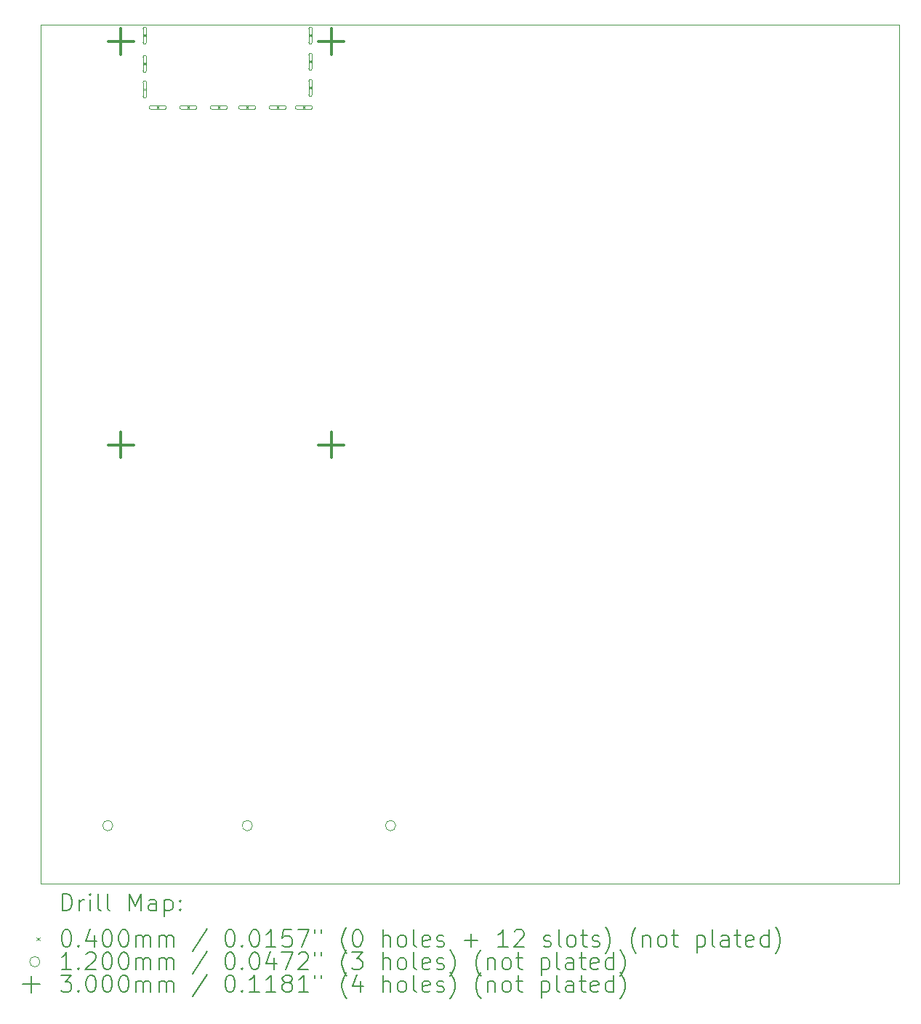
<source format=gbr>
%TF.GenerationSoftware,KiCad,Pcbnew,8.0.3*%
%TF.CreationDate,2024-11-19T22:16:26+01:00*%
%TF.ProjectId,weerstation-main,77656572-7374-4617-9469-6f6e2d6d6169,rev?*%
%TF.SameCoordinates,Original*%
%TF.FileFunction,Drillmap*%
%TF.FilePolarity,Positive*%
%FSLAX45Y45*%
G04 Gerber Fmt 4.5, Leading zero omitted, Abs format (unit mm)*
G04 Created by KiCad (PCBNEW 8.0.3) date 2024-11-19 22:16:26*
%MOMM*%
%LPD*%
G01*
G04 APERTURE LIST*
%ADD10C,0.100000*%
%ADD11C,0.200000*%
%ADD12C,0.120000*%
%ADD13C,0.300000*%
G04 APERTURE END LIST*
D10*
X1350000Y-1270000D02*
X11350000Y-1270000D01*
X11350000Y-11270000D01*
X1350000Y-11270000D01*
X1350000Y-1270000D01*
D11*
D10*
X2545400Y-1377000D02*
X2585400Y-1417000D01*
X2585400Y-1377000D02*
X2545400Y-1417000D01*
X2545400Y-1317000D02*
X2545400Y-1477000D01*
X2585400Y-1477000D02*
G75*
G02*
X2545400Y-1477000I-20000J0D01*
G01*
X2585400Y-1477000D02*
X2585400Y-1317000D01*
X2585400Y-1317000D02*
G75*
G03*
X2545400Y-1317000I-20000J0D01*
G01*
X2545400Y-1707200D02*
X2585400Y-1747200D01*
X2585400Y-1707200D02*
X2545400Y-1747200D01*
X2545400Y-1647200D02*
X2545400Y-1807200D01*
X2585400Y-1807200D02*
G75*
G02*
X2545400Y-1807200I-20000J0D01*
G01*
X2585400Y-1807200D02*
X2585400Y-1647200D01*
X2585400Y-1647200D02*
G75*
G03*
X2545400Y-1647200I-20000J0D01*
G01*
X2545400Y-2005200D02*
X2585400Y-2045200D01*
X2585400Y-2005200D02*
X2545400Y-2045200D01*
X2545400Y-1945200D02*
X2545400Y-2105200D01*
X2585400Y-2105200D02*
G75*
G02*
X2545400Y-2105200I-20000J0D01*
G01*
X2585400Y-2105200D02*
X2585400Y-1945200D01*
X2585400Y-1945200D02*
G75*
G03*
X2545400Y-1945200I-20000J0D01*
G01*
X2697800Y-2215200D02*
X2737800Y-2255200D01*
X2737800Y-2215200D02*
X2697800Y-2255200D01*
X2637800Y-2255200D02*
X2797800Y-2255200D01*
X2797800Y-2215200D02*
G75*
G02*
X2797800Y-2255200I0J-20000D01*
G01*
X2797800Y-2215200D02*
X2637800Y-2215200D01*
X2637800Y-2215200D02*
G75*
G03*
X2637800Y-2255200I0J-20000D01*
G01*
X3053400Y-2215200D02*
X3093400Y-2255200D01*
X3093400Y-2215200D02*
X3053400Y-2255200D01*
X2993400Y-2255200D02*
X3153400Y-2255200D01*
X3153400Y-2215200D02*
G75*
G02*
X3153400Y-2255200I0J-20000D01*
G01*
X3153400Y-2215200D02*
X2993400Y-2215200D01*
X2993400Y-2215200D02*
G75*
G03*
X2993400Y-2255200I0J-20000D01*
G01*
X3409000Y-2215200D02*
X3449000Y-2255200D01*
X3449000Y-2215200D02*
X3409000Y-2255200D01*
X3349000Y-2255200D02*
X3509000Y-2255200D01*
X3509000Y-2215200D02*
G75*
G02*
X3509000Y-2255200I0J-20000D01*
G01*
X3509000Y-2215200D02*
X3349000Y-2215200D01*
X3349000Y-2215200D02*
G75*
G03*
X3349000Y-2255200I0J-20000D01*
G01*
X3739200Y-2215200D02*
X3779200Y-2255200D01*
X3779200Y-2215200D02*
X3739200Y-2255200D01*
X3679200Y-2255200D02*
X3839200Y-2255200D01*
X3839200Y-2215200D02*
G75*
G02*
X3839200Y-2255200I0J-20000D01*
G01*
X3839200Y-2215200D02*
X3679200Y-2215200D01*
X3679200Y-2215200D02*
G75*
G03*
X3679200Y-2255200I0J-20000D01*
G01*
X4094800Y-2215200D02*
X4134800Y-2255200D01*
X4134800Y-2215200D02*
X4094800Y-2255200D01*
X4034800Y-2255200D02*
X4194800Y-2255200D01*
X4194800Y-2215200D02*
G75*
G02*
X4194800Y-2255200I0J-20000D01*
G01*
X4194800Y-2215200D02*
X4034800Y-2215200D01*
X4034800Y-2215200D02*
G75*
G03*
X4034800Y-2255200I0J-20000D01*
G01*
X4399600Y-2215200D02*
X4439600Y-2255200D01*
X4439600Y-2215200D02*
X4399600Y-2255200D01*
X4339600Y-2255200D02*
X4499600Y-2255200D01*
X4499600Y-2215200D02*
G75*
G02*
X4499600Y-2255200I0J-20000D01*
G01*
X4499600Y-2215200D02*
X4339600Y-2215200D01*
X4339600Y-2215200D02*
G75*
G03*
X4339600Y-2255200I0J-20000D01*
G01*
X4475800Y-1377000D02*
X4515800Y-1417000D01*
X4515800Y-1377000D02*
X4475800Y-1417000D01*
X4475800Y-1317000D02*
X4475800Y-1477000D01*
X4515800Y-1477000D02*
G75*
G02*
X4475800Y-1477000I-20000J0D01*
G01*
X4515800Y-1477000D02*
X4515800Y-1317000D01*
X4515800Y-1317000D02*
G75*
G03*
X4475800Y-1317000I-20000J0D01*
G01*
X4475800Y-1681800D02*
X4515800Y-1721800D01*
X4515800Y-1681800D02*
X4475800Y-1721800D01*
X4475800Y-1621800D02*
X4475800Y-1781800D01*
X4515800Y-1781800D02*
G75*
G02*
X4475800Y-1781800I-20000J0D01*
G01*
X4515800Y-1781800D02*
X4515800Y-1621800D01*
X4515800Y-1621800D02*
G75*
G03*
X4475800Y-1621800I-20000J0D01*
G01*
X4475800Y-1986600D02*
X4515800Y-2026600D01*
X4515800Y-1986600D02*
X4475800Y-2026600D01*
X4475800Y-1926600D02*
X4475800Y-2086600D01*
X4515800Y-2086600D02*
G75*
G02*
X4475800Y-2086600I-20000J0D01*
G01*
X4515800Y-2086600D02*
X4515800Y-1926600D01*
X4515800Y-1926600D02*
G75*
G03*
X4475800Y-1926600I-20000J0D01*
G01*
D12*
X2194000Y-10595000D02*
G75*
G02*
X2074000Y-10595000I-60000J0D01*
G01*
X2074000Y-10595000D02*
G75*
G02*
X2194000Y-10595000I60000J0D01*
G01*
X3819200Y-10595000D02*
G75*
G02*
X3699200Y-10595000I-60000J0D01*
G01*
X3699200Y-10595000D02*
G75*
G02*
X3819200Y-10595000I60000J0D01*
G01*
X5488000Y-10595000D02*
G75*
G02*
X5368000Y-10595000I-60000J0D01*
G01*
X5368000Y-10595000D02*
G75*
G02*
X5488000Y-10595000I60000J0D01*
G01*
D13*
X2287360Y-1317580D02*
X2287360Y-1617580D01*
X2137360Y-1467580D02*
X2437360Y-1467580D01*
X2287360Y-6012580D02*
X2287360Y-6312580D01*
X2137360Y-6162580D02*
X2437360Y-6162580D01*
X4738360Y-1317580D02*
X4738360Y-1617580D01*
X4588360Y-1467580D02*
X4888360Y-1467580D01*
X4738360Y-6012580D02*
X4738360Y-6312580D01*
X4588360Y-6162580D02*
X4888360Y-6162580D01*
D11*
X1605777Y-11586484D02*
X1605777Y-11386484D01*
X1605777Y-11386484D02*
X1653396Y-11386484D01*
X1653396Y-11386484D02*
X1681967Y-11396008D01*
X1681967Y-11396008D02*
X1701015Y-11415055D01*
X1701015Y-11415055D02*
X1710539Y-11434103D01*
X1710539Y-11434103D02*
X1720062Y-11472198D01*
X1720062Y-11472198D02*
X1720062Y-11500769D01*
X1720062Y-11500769D02*
X1710539Y-11538865D01*
X1710539Y-11538865D02*
X1701015Y-11557912D01*
X1701015Y-11557912D02*
X1681967Y-11576960D01*
X1681967Y-11576960D02*
X1653396Y-11586484D01*
X1653396Y-11586484D02*
X1605777Y-11586484D01*
X1805777Y-11586484D02*
X1805777Y-11453150D01*
X1805777Y-11491246D02*
X1815301Y-11472198D01*
X1815301Y-11472198D02*
X1824824Y-11462674D01*
X1824824Y-11462674D02*
X1843872Y-11453150D01*
X1843872Y-11453150D02*
X1862920Y-11453150D01*
X1929586Y-11586484D02*
X1929586Y-11453150D01*
X1929586Y-11386484D02*
X1920062Y-11396008D01*
X1920062Y-11396008D02*
X1929586Y-11405531D01*
X1929586Y-11405531D02*
X1939110Y-11396008D01*
X1939110Y-11396008D02*
X1929586Y-11386484D01*
X1929586Y-11386484D02*
X1929586Y-11405531D01*
X2053396Y-11586484D02*
X2034348Y-11576960D01*
X2034348Y-11576960D02*
X2024824Y-11557912D01*
X2024824Y-11557912D02*
X2024824Y-11386484D01*
X2158158Y-11586484D02*
X2139110Y-11576960D01*
X2139110Y-11576960D02*
X2129586Y-11557912D01*
X2129586Y-11557912D02*
X2129586Y-11386484D01*
X2386729Y-11586484D02*
X2386729Y-11386484D01*
X2386729Y-11386484D02*
X2453396Y-11529341D01*
X2453396Y-11529341D02*
X2520063Y-11386484D01*
X2520063Y-11386484D02*
X2520063Y-11586484D01*
X2701015Y-11586484D02*
X2701015Y-11481722D01*
X2701015Y-11481722D02*
X2691491Y-11462674D01*
X2691491Y-11462674D02*
X2672444Y-11453150D01*
X2672444Y-11453150D02*
X2634348Y-11453150D01*
X2634348Y-11453150D02*
X2615301Y-11462674D01*
X2701015Y-11576960D02*
X2681967Y-11586484D01*
X2681967Y-11586484D02*
X2634348Y-11586484D01*
X2634348Y-11586484D02*
X2615301Y-11576960D01*
X2615301Y-11576960D02*
X2605777Y-11557912D01*
X2605777Y-11557912D02*
X2605777Y-11538865D01*
X2605777Y-11538865D02*
X2615301Y-11519817D01*
X2615301Y-11519817D02*
X2634348Y-11510293D01*
X2634348Y-11510293D02*
X2681967Y-11510293D01*
X2681967Y-11510293D02*
X2701015Y-11500769D01*
X2796253Y-11453150D02*
X2796253Y-11653150D01*
X2796253Y-11462674D02*
X2815301Y-11453150D01*
X2815301Y-11453150D02*
X2853396Y-11453150D01*
X2853396Y-11453150D02*
X2872443Y-11462674D01*
X2872443Y-11462674D02*
X2881967Y-11472198D01*
X2881967Y-11472198D02*
X2891491Y-11491246D01*
X2891491Y-11491246D02*
X2891491Y-11548388D01*
X2891491Y-11548388D02*
X2881967Y-11567436D01*
X2881967Y-11567436D02*
X2872443Y-11576960D01*
X2872443Y-11576960D02*
X2853396Y-11586484D01*
X2853396Y-11586484D02*
X2815301Y-11586484D01*
X2815301Y-11586484D02*
X2796253Y-11576960D01*
X2977205Y-11567436D02*
X2986729Y-11576960D01*
X2986729Y-11576960D02*
X2977205Y-11586484D01*
X2977205Y-11586484D02*
X2967682Y-11576960D01*
X2967682Y-11576960D02*
X2977205Y-11567436D01*
X2977205Y-11567436D02*
X2977205Y-11586484D01*
X2977205Y-11462674D02*
X2986729Y-11472198D01*
X2986729Y-11472198D02*
X2977205Y-11481722D01*
X2977205Y-11481722D02*
X2967682Y-11472198D01*
X2967682Y-11472198D02*
X2977205Y-11462674D01*
X2977205Y-11462674D02*
X2977205Y-11481722D01*
D10*
X1305000Y-11895000D02*
X1345000Y-11935000D01*
X1345000Y-11895000D02*
X1305000Y-11935000D01*
D11*
X1643872Y-11806484D02*
X1662920Y-11806484D01*
X1662920Y-11806484D02*
X1681967Y-11816008D01*
X1681967Y-11816008D02*
X1691491Y-11825531D01*
X1691491Y-11825531D02*
X1701015Y-11844579D01*
X1701015Y-11844579D02*
X1710539Y-11882674D01*
X1710539Y-11882674D02*
X1710539Y-11930293D01*
X1710539Y-11930293D02*
X1701015Y-11968388D01*
X1701015Y-11968388D02*
X1691491Y-11987436D01*
X1691491Y-11987436D02*
X1681967Y-11996960D01*
X1681967Y-11996960D02*
X1662920Y-12006484D01*
X1662920Y-12006484D02*
X1643872Y-12006484D01*
X1643872Y-12006484D02*
X1624824Y-11996960D01*
X1624824Y-11996960D02*
X1615301Y-11987436D01*
X1615301Y-11987436D02*
X1605777Y-11968388D01*
X1605777Y-11968388D02*
X1596253Y-11930293D01*
X1596253Y-11930293D02*
X1596253Y-11882674D01*
X1596253Y-11882674D02*
X1605777Y-11844579D01*
X1605777Y-11844579D02*
X1615301Y-11825531D01*
X1615301Y-11825531D02*
X1624824Y-11816008D01*
X1624824Y-11816008D02*
X1643872Y-11806484D01*
X1796253Y-11987436D02*
X1805777Y-11996960D01*
X1805777Y-11996960D02*
X1796253Y-12006484D01*
X1796253Y-12006484D02*
X1786729Y-11996960D01*
X1786729Y-11996960D02*
X1796253Y-11987436D01*
X1796253Y-11987436D02*
X1796253Y-12006484D01*
X1977205Y-11873150D02*
X1977205Y-12006484D01*
X1929586Y-11796960D02*
X1881967Y-11939817D01*
X1881967Y-11939817D02*
X2005777Y-11939817D01*
X2120063Y-11806484D02*
X2139110Y-11806484D01*
X2139110Y-11806484D02*
X2158158Y-11816008D01*
X2158158Y-11816008D02*
X2167682Y-11825531D01*
X2167682Y-11825531D02*
X2177205Y-11844579D01*
X2177205Y-11844579D02*
X2186729Y-11882674D01*
X2186729Y-11882674D02*
X2186729Y-11930293D01*
X2186729Y-11930293D02*
X2177205Y-11968388D01*
X2177205Y-11968388D02*
X2167682Y-11987436D01*
X2167682Y-11987436D02*
X2158158Y-11996960D01*
X2158158Y-11996960D02*
X2139110Y-12006484D01*
X2139110Y-12006484D02*
X2120063Y-12006484D01*
X2120063Y-12006484D02*
X2101015Y-11996960D01*
X2101015Y-11996960D02*
X2091491Y-11987436D01*
X2091491Y-11987436D02*
X2081967Y-11968388D01*
X2081967Y-11968388D02*
X2072443Y-11930293D01*
X2072443Y-11930293D02*
X2072443Y-11882674D01*
X2072443Y-11882674D02*
X2081967Y-11844579D01*
X2081967Y-11844579D02*
X2091491Y-11825531D01*
X2091491Y-11825531D02*
X2101015Y-11816008D01*
X2101015Y-11816008D02*
X2120063Y-11806484D01*
X2310539Y-11806484D02*
X2329586Y-11806484D01*
X2329586Y-11806484D02*
X2348634Y-11816008D01*
X2348634Y-11816008D02*
X2358158Y-11825531D01*
X2358158Y-11825531D02*
X2367682Y-11844579D01*
X2367682Y-11844579D02*
X2377205Y-11882674D01*
X2377205Y-11882674D02*
X2377205Y-11930293D01*
X2377205Y-11930293D02*
X2367682Y-11968388D01*
X2367682Y-11968388D02*
X2358158Y-11987436D01*
X2358158Y-11987436D02*
X2348634Y-11996960D01*
X2348634Y-11996960D02*
X2329586Y-12006484D01*
X2329586Y-12006484D02*
X2310539Y-12006484D01*
X2310539Y-12006484D02*
X2291491Y-11996960D01*
X2291491Y-11996960D02*
X2281967Y-11987436D01*
X2281967Y-11987436D02*
X2272444Y-11968388D01*
X2272444Y-11968388D02*
X2262920Y-11930293D01*
X2262920Y-11930293D02*
X2262920Y-11882674D01*
X2262920Y-11882674D02*
X2272444Y-11844579D01*
X2272444Y-11844579D02*
X2281967Y-11825531D01*
X2281967Y-11825531D02*
X2291491Y-11816008D01*
X2291491Y-11816008D02*
X2310539Y-11806484D01*
X2462920Y-12006484D02*
X2462920Y-11873150D01*
X2462920Y-11892198D02*
X2472444Y-11882674D01*
X2472444Y-11882674D02*
X2491491Y-11873150D01*
X2491491Y-11873150D02*
X2520063Y-11873150D01*
X2520063Y-11873150D02*
X2539110Y-11882674D01*
X2539110Y-11882674D02*
X2548634Y-11901722D01*
X2548634Y-11901722D02*
X2548634Y-12006484D01*
X2548634Y-11901722D02*
X2558158Y-11882674D01*
X2558158Y-11882674D02*
X2577205Y-11873150D01*
X2577205Y-11873150D02*
X2605777Y-11873150D01*
X2605777Y-11873150D02*
X2624825Y-11882674D01*
X2624825Y-11882674D02*
X2634348Y-11901722D01*
X2634348Y-11901722D02*
X2634348Y-12006484D01*
X2729586Y-12006484D02*
X2729586Y-11873150D01*
X2729586Y-11892198D02*
X2739110Y-11882674D01*
X2739110Y-11882674D02*
X2758158Y-11873150D01*
X2758158Y-11873150D02*
X2786729Y-11873150D01*
X2786729Y-11873150D02*
X2805777Y-11882674D01*
X2805777Y-11882674D02*
X2815301Y-11901722D01*
X2815301Y-11901722D02*
X2815301Y-12006484D01*
X2815301Y-11901722D02*
X2824824Y-11882674D01*
X2824824Y-11882674D02*
X2843872Y-11873150D01*
X2843872Y-11873150D02*
X2872443Y-11873150D01*
X2872443Y-11873150D02*
X2891491Y-11882674D01*
X2891491Y-11882674D02*
X2901015Y-11901722D01*
X2901015Y-11901722D02*
X2901015Y-12006484D01*
X3291491Y-11796960D02*
X3120063Y-12054103D01*
X3548634Y-11806484D02*
X3567682Y-11806484D01*
X3567682Y-11806484D02*
X3586729Y-11816008D01*
X3586729Y-11816008D02*
X3596253Y-11825531D01*
X3596253Y-11825531D02*
X3605777Y-11844579D01*
X3605777Y-11844579D02*
X3615301Y-11882674D01*
X3615301Y-11882674D02*
X3615301Y-11930293D01*
X3615301Y-11930293D02*
X3605777Y-11968388D01*
X3605777Y-11968388D02*
X3596253Y-11987436D01*
X3596253Y-11987436D02*
X3586729Y-11996960D01*
X3586729Y-11996960D02*
X3567682Y-12006484D01*
X3567682Y-12006484D02*
X3548634Y-12006484D01*
X3548634Y-12006484D02*
X3529586Y-11996960D01*
X3529586Y-11996960D02*
X3520063Y-11987436D01*
X3520063Y-11987436D02*
X3510539Y-11968388D01*
X3510539Y-11968388D02*
X3501015Y-11930293D01*
X3501015Y-11930293D02*
X3501015Y-11882674D01*
X3501015Y-11882674D02*
X3510539Y-11844579D01*
X3510539Y-11844579D02*
X3520063Y-11825531D01*
X3520063Y-11825531D02*
X3529586Y-11816008D01*
X3529586Y-11816008D02*
X3548634Y-11806484D01*
X3701015Y-11987436D02*
X3710539Y-11996960D01*
X3710539Y-11996960D02*
X3701015Y-12006484D01*
X3701015Y-12006484D02*
X3691491Y-11996960D01*
X3691491Y-11996960D02*
X3701015Y-11987436D01*
X3701015Y-11987436D02*
X3701015Y-12006484D01*
X3834348Y-11806484D02*
X3853396Y-11806484D01*
X3853396Y-11806484D02*
X3872444Y-11816008D01*
X3872444Y-11816008D02*
X3881967Y-11825531D01*
X3881967Y-11825531D02*
X3891491Y-11844579D01*
X3891491Y-11844579D02*
X3901015Y-11882674D01*
X3901015Y-11882674D02*
X3901015Y-11930293D01*
X3901015Y-11930293D02*
X3891491Y-11968388D01*
X3891491Y-11968388D02*
X3881967Y-11987436D01*
X3881967Y-11987436D02*
X3872444Y-11996960D01*
X3872444Y-11996960D02*
X3853396Y-12006484D01*
X3853396Y-12006484D02*
X3834348Y-12006484D01*
X3834348Y-12006484D02*
X3815301Y-11996960D01*
X3815301Y-11996960D02*
X3805777Y-11987436D01*
X3805777Y-11987436D02*
X3796253Y-11968388D01*
X3796253Y-11968388D02*
X3786729Y-11930293D01*
X3786729Y-11930293D02*
X3786729Y-11882674D01*
X3786729Y-11882674D02*
X3796253Y-11844579D01*
X3796253Y-11844579D02*
X3805777Y-11825531D01*
X3805777Y-11825531D02*
X3815301Y-11816008D01*
X3815301Y-11816008D02*
X3834348Y-11806484D01*
X4091491Y-12006484D02*
X3977206Y-12006484D01*
X4034348Y-12006484D02*
X4034348Y-11806484D01*
X4034348Y-11806484D02*
X4015301Y-11835055D01*
X4015301Y-11835055D02*
X3996253Y-11854103D01*
X3996253Y-11854103D02*
X3977206Y-11863627D01*
X4272444Y-11806484D02*
X4177206Y-11806484D01*
X4177206Y-11806484D02*
X4167682Y-11901722D01*
X4167682Y-11901722D02*
X4177206Y-11892198D01*
X4177206Y-11892198D02*
X4196253Y-11882674D01*
X4196253Y-11882674D02*
X4243872Y-11882674D01*
X4243872Y-11882674D02*
X4262920Y-11892198D01*
X4262920Y-11892198D02*
X4272444Y-11901722D01*
X4272444Y-11901722D02*
X4281968Y-11920769D01*
X4281968Y-11920769D02*
X4281968Y-11968388D01*
X4281968Y-11968388D02*
X4272444Y-11987436D01*
X4272444Y-11987436D02*
X4262920Y-11996960D01*
X4262920Y-11996960D02*
X4243872Y-12006484D01*
X4243872Y-12006484D02*
X4196253Y-12006484D01*
X4196253Y-12006484D02*
X4177206Y-11996960D01*
X4177206Y-11996960D02*
X4167682Y-11987436D01*
X4348634Y-11806484D02*
X4481968Y-11806484D01*
X4481968Y-11806484D02*
X4396253Y-12006484D01*
X4548634Y-11806484D02*
X4548634Y-11844579D01*
X4624825Y-11806484D02*
X4624825Y-11844579D01*
X4920063Y-12082674D02*
X4910539Y-12073150D01*
X4910539Y-12073150D02*
X4891491Y-12044579D01*
X4891491Y-12044579D02*
X4881968Y-12025531D01*
X4881968Y-12025531D02*
X4872444Y-11996960D01*
X4872444Y-11996960D02*
X4862920Y-11949341D01*
X4862920Y-11949341D02*
X4862920Y-11911246D01*
X4862920Y-11911246D02*
X4872444Y-11863627D01*
X4872444Y-11863627D02*
X4881968Y-11835055D01*
X4881968Y-11835055D02*
X4891491Y-11816008D01*
X4891491Y-11816008D02*
X4910539Y-11787436D01*
X4910539Y-11787436D02*
X4920063Y-11777912D01*
X5034349Y-11806484D02*
X5053396Y-11806484D01*
X5053396Y-11806484D02*
X5072444Y-11816008D01*
X5072444Y-11816008D02*
X5081968Y-11825531D01*
X5081968Y-11825531D02*
X5091491Y-11844579D01*
X5091491Y-11844579D02*
X5101015Y-11882674D01*
X5101015Y-11882674D02*
X5101015Y-11930293D01*
X5101015Y-11930293D02*
X5091491Y-11968388D01*
X5091491Y-11968388D02*
X5081968Y-11987436D01*
X5081968Y-11987436D02*
X5072444Y-11996960D01*
X5072444Y-11996960D02*
X5053396Y-12006484D01*
X5053396Y-12006484D02*
X5034349Y-12006484D01*
X5034349Y-12006484D02*
X5015301Y-11996960D01*
X5015301Y-11996960D02*
X5005777Y-11987436D01*
X5005777Y-11987436D02*
X4996253Y-11968388D01*
X4996253Y-11968388D02*
X4986730Y-11930293D01*
X4986730Y-11930293D02*
X4986730Y-11882674D01*
X4986730Y-11882674D02*
X4996253Y-11844579D01*
X4996253Y-11844579D02*
X5005777Y-11825531D01*
X5005777Y-11825531D02*
X5015301Y-11816008D01*
X5015301Y-11816008D02*
X5034349Y-11806484D01*
X5339111Y-12006484D02*
X5339111Y-11806484D01*
X5424825Y-12006484D02*
X5424825Y-11901722D01*
X5424825Y-11901722D02*
X5415301Y-11882674D01*
X5415301Y-11882674D02*
X5396253Y-11873150D01*
X5396253Y-11873150D02*
X5367682Y-11873150D01*
X5367682Y-11873150D02*
X5348634Y-11882674D01*
X5348634Y-11882674D02*
X5339111Y-11892198D01*
X5548634Y-12006484D02*
X5529587Y-11996960D01*
X5529587Y-11996960D02*
X5520063Y-11987436D01*
X5520063Y-11987436D02*
X5510539Y-11968388D01*
X5510539Y-11968388D02*
X5510539Y-11911246D01*
X5510539Y-11911246D02*
X5520063Y-11892198D01*
X5520063Y-11892198D02*
X5529587Y-11882674D01*
X5529587Y-11882674D02*
X5548634Y-11873150D01*
X5548634Y-11873150D02*
X5577206Y-11873150D01*
X5577206Y-11873150D02*
X5596253Y-11882674D01*
X5596253Y-11882674D02*
X5605777Y-11892198D01*
X5605777Y-11892198D02*
X5615301Y-11911246D01*
X5615301Y-11911246D02*
X5615301Y-11968388D01*
X5615301Y-11968388D02*
X5605777Y-11987436D01*
X5605777Y-11987436D02*
X5596253Y-11996960D01*
X5596253Y-11996960D02*
X5577206Y-12006484D01*
X5577206Y-12006484D02*
X5548634Y-12006484D01*
X5729587Y-12006484D02*
X5710539Y-11996960D01*
X5710539Y-11996960D02*
X5701015Y-11977912D01*
X5701015Y-11977912D02*
X5701015Y-11806484D01*
X5881968Y-11996960D02*
X5862920Y-12006484D01*
X5862920Y-12006484D02*
X5824825Y-12006484D01*
X5824825Y-12006484D02*
X5805777Y-11996960D01*
X5805777Y-11996960D02*
X5796253Y-11977912D01*
X5796253Y-11977912D02*
X5796253Y-11901722D01*
X5796253Y-11901722D02*
X5805777Y-11882674D01*
X5805777Y-11882674D02*
X5824825Y-11873150D01*
X5824825Y-11873150D02*
X5862920Y-11873150D01*
X5862920Y-11873150D02*
X5881968Y-11882674D01*
X5881968Y-11882674D02*
X5891491Y-11901722D01*
X5891491Y-11901722D02*
X5891491Y-11920769D01*
X5891491Y-11920769D02*
X5796253Y-11939817D01*
X5967682Y-11996960D02*
X5986730Y-12006484D01*
X5986730Y-12006484D02*
X6024825Y-12006484D01*
X6024825Y-12006484D02*
X6043872Y-11996960D01*
X6043872Y-11996960D02*
X6053396Y-11977912D01*
X6053396Y-11977912D02*
X6053396Y-11968388D01*
X6053396Y-11968388D02*
X6043872Y-11949341D01*
X6043872Y-11949341D02*
X6024825Y-11939817D01*
X6024825Y-11939817D02*
X5996253Y-11939817D01*
X5996253Y-11939817D02*
X5977206Y-11930293D01*
X5977206Y-11930293D02*
X5967682Y-11911246D01*
X5967682Y-11911246D02*
X5967682Y-11901722D01*
X5967682Y-11901722D02*
X5977206Y-11882674D01*
X5977206Y-11882674D02*
X5996253Y-11873150D01*
X5996253Y-11873150D02*
X6024825Y-11873150D01*
X6024825Y-11873150D02*
X6043872Y-11882674D01*
X6291492Y-11930293D02*
X6443873Y-11930293D01*
X6367682Y-12006484D02*
X6367682Y-11854103D01*
X6796253Y-12006484D02*
X6681968Y-12006484D01*
X6739111Y-12006484D02*
X6739111Y-11806484D01*
X6739111Y-11806484D02*
X6720063Y-11835055D01*
X6720063Y-11835055D02*
X6701015Y-11854103D01*
X6701015Y-11854103D02*
X6681968Y-11863627D01*
X6872444Y-11825531D02*
X6881968Y-11816008D01*
X6881968Y-11816008D02*
X6901015Y-11806484D01*
X6901015Y-11806484D02*
X6948634Y-11806484D01*
X6948634Y-11806484D02*
X6967682Y-11816008D01*
X6967682Y-11816008D02*
X6977206Y-11825531D01*
X6977206Y-11825531D02*
X6986730Y-11844579D01*
X6986730Y-11844579D02*
X6986730Y-11863627D01*
X6986730Y-11863627D02*
X6977206Y-11892198D01*
X6977206Y-11892198D02*
X6862920Y-12006484D01*
X6862920Y-12006484D02*
X6986730Y-12006484D01*
X7215301Y-11996960D02*
X7234349Y-12006484D01*
X7234349Y-12006484D02*
X7272444Y-12006484D01*
X7272444Y-12006484D02*
X7291492Y-11996960D01*
X7291492Y-11996960D02*
X7301015Y-11977912D01*
X7301015Y-11977912D02*
X7301015Y-11968388D01*
X7301015Y-11968388D02*
X7291492Y-11949341D01*
X7291492Y-11949341D02*
X7272444Y-11939817D01*
X7272444Y-11939817D02*
X7243873Y-11939817D01*
X7243873Y-11939817D02*
X7224825Y-11930293D01*
X7224825Y-11930293D02*
X7215301Y-11911246D01*
X7215301Y-11911246D02*
X7215301Y-11901722D01*
X7215301Y-11901722D02*
X7224825Y-11882674D01*
X7224825Y-11882674D02*
X7243873Y-11873150D01*
X7243873Y-11873150D02*
X7272444Y-11873150D01*
X7272444Y-11873150D02*
X7291492Y-11882674D01*
X7415301Y-12006484D02*
X7396254Y-11996960D01*
X7396254Y-11996960D02*
X7386730Y-11977912D01*
X7386730Y-11977912D02*
X7386730Y-11806484D01*
X7520063Y-12006484D02*
X7501015Y-11996960D01*
X7501015Y-11996960D02*
X7491492Y-11987436D01*
X7491492Y-11987436D02*
X7481968Y-11968388D01*
X7481968Y-11968388D02*
X7481968Y-11911246D01*
X7481968Y-11911246D02*
X7491492Y-11892198D01*
X7491492Y-11892198D02*
X7501015Y-11882674D01*
X7501015Y-11882674D02*
X7520063Y-11873150D01*
X7520063Y-11873150D02*
X7548635Y-11873150D01*
X7548635Y-11873150D02*
X7567682Y-11882674D01*
X7567682Y-11882674D02*
X7577206Y-11892198D01*
X7577206Y-11892198D02*
X7586730Y-11911246D01*
X7586730Y-11911246D02*
X7586730Y-11968388D01*
X7586730Y-11968388D02*
X7577206Y-11987436D01*
X7577206Y-11987436D02*
X7567682Y-11996960D01*
X7567682Y-11996960D02*
X7548635Y-12006484D01*
X7548635Y-12006484D02*
X7520063Y-12006484D01*
X7643873Y-11873150D02*
X7720063Y-11873150D01*
X7672444Y-11806484D02*
X7672444Y-11977912D01*
X7672444Y-11977912D02*
X7681968Y-11996960D01*
X7681968Y-11996960D02*
X7701015Y-12006484D01*
X7701015Y-12006484D02*
X7720063Y-12006484D01*
X7777206Y-11996960D02*
X7796254Y-12006484D01*
X7796254Y-12006484D02*
X7834349Y-12006484D01*
X7834349Y-12006484D02*
X7853396Y-11996960D01*
X7853396Y-11996960D02*
X7862920Y-11977912D01*
X7862920Y-11977912D02*
X7862920Y-11968388D01*
X7862920Y-11968388D02*
X7853396Y-11949341D01*
X7853396Y-11949341D02*
X7834349Y-11939817D01*
X7834349Y-11939817D02*
X7805777Y-11939817D01*
X7805777Y-11939817D02*
X7786730Y-11930293D01*
X7786730Y-11930293D02*
X7777206Y-11911246D01*
X7777206Y-11911246D02*
X7777206Y-11901722D01*
X7777206Y-11901722D02*
X7786730Y-11882674D01*
X7786730Y-11882674D02*
X7805777Y-11873150D01*
X7805777Y-11873150D02*
X7834349Y-11873150D01*
X7834349Y-11873150D02*
X7853396Y-11882674D01*
X7929587Y-12082674D02*
X7939111Y-12073150D01*
X7939111Y-12073150D02*
X7958158Y-12044579D01*
X7958158Y-12044579D02*
X7967682Y-12025531D01*
X7967682Y-12025531D02*
X7977206Y-11996960D01*
X7977206Y-11996960D02*
X7986730Y-11949341D01*
X7986730Y-11949341D02*
X7986730Y-11911246D01*
X7986730Y-11911246D02*
X7977206Y-11863627D01*
X7977206Y-11863627D02*
X7967682Y-11835055D01*
X7967682Y-11835055D02*
X7958158Y-11816008D01*
X7958158Y-11816008D02*
X7939111Y-11787436D01*
X7939111Y-11787436D02*
X7929587Y-11777912D01*
X8291492Y-12082674D02*
X8281968Y-12073150D01*
X8281968Y-12073150D02*
X8262920Y-12044579D01*
X8262920Y-12044579D02*
X8253396Y-12025531D01*
X8253396Y-12025531D02*
X8243873Y-11996960D01*
X8243873Y-11996960D02*
X8234349Y-11949341D01*
X8234349Y-11949341D02*
X8234349Y-11911246D01*
X8234349Y-11911246D02*
X8243873Y-11863627D01*
X8243873Y-11863627D02*
X8253396Y-11835055D01*
X8253396Y-11835055D02*
X8262920Y-11816008D01*
X8262920Y-11816008D02*
X8281968Y-11787436D01*
X8281968Y-11787436D02*
X8291492Y-11777912D01*
X8367682Y-11873150D02*
X8367682Y-12006484D01*
X8367682Y-11892198D02*
X8377206Y-11882674D01*
X8377206Y-11882674D02*
X8396254Y-11873150D01*
X8396254Y-11873150D02*
X8424825Y-11873150D01*
X8424825Y-11873150D02*
X8443873Y-11882674D01*
X8443873Y-11882674D02*
X8453397Y-11901722D01*
X8453397Y-11901722D02*
X8453397Y-12006484D01*
X8577206Y-12006484D02*
X8558158Y-11996960D01*
X8558158Y-11996960D02*
X8548635Y-11987436D01*
X8548635Y-11987436D02*
X8539111Y-11968388D01*
X8539111Y-11968388D02*
X8539111Y-11911246D01*
X8539111Y-11911246D02*
X8548635Y-11892198D01*
X8548635Y-11892198D02*
X8558158Y-11882674D01*
X8558158Y-11882674D02*
X8577206Y-11873150D01*
X8577206Y-11873150D02*
X8605778Y-11873150D01*
X8605778Y-11873150D02*
X8624825Y-11882674D01*
X8624825Y-11882674D02*
X8634349Y-11892198D01*
X8634349Y-11892198D02*
X8643873Y-11911246D01*
X8643873Y-11911246D02*
X8643873Y-11968388D01*
X8643873Y-11968388D02*
X8634349Y-11987436D01*
X8634349Y-11987436D02*
X8624825Y-11996960D01*
X8624825Y-11996960D02*
X8605778Y-12006484D01*
X8605778Y-12006484D02*
X8577206Y-12006484D01*
X8701016Y-11873150D02*
X8777206Y-11873150D01*
X8729587Y-11806484D02*
X8729587Y-11977912D01*
X8729587Y-11977912D02*
X8739111Y-11996960D01*
X8739111Y-11996960D02*
X8758158Y-12006484D01*
X8758158Y-12006484D02*
X8777206Y-12006484D01*
X8996254Y-11873150D02*
X8996254Y-12073150D01*
X8996254Y-11882674D02*
X9015301Y-11873150D01*
X9015301Y-11873150D02*
X9053397Y-11873150D01*
X9053397Y-11873150D02*
X9072444Y-11882674D01*
X9072444Y-11882674D02*
X9081968Y-11892198D01*
X9081968Y-11892198D02*
X9091492Y-11911246D01*
X9091492Y-11911246D02*
X9091492Y-11968388D01*
X9091492Y-11968388D02*
X9081968Y-11987436D01*
X9081968Y-11987436D02*
X9072444Y-11996960D01*
X9072444Y-11996960D02*
X9053397Y-12006484D01*
X9053397Y-12006484D02*
X9015301Y-12006484D01*
X9015301Y-12006484D02*
X8996254Y-11996960D01*
X9205778Y-12006484D02*
X9186730Y-11996960D01*
X9186730Y-11996960D02*
X9177206Y-11977912D01*
X9177206Y-11977912D02*
X9177206Y-11806484D01*
X9367682Y-12006484D02*
X9367682Y-11901722D01*
X9367682Y-11901722D02*
X9358159Y-11882674D01*
X9358159Y-11882674D02*
X9339111Y-11873150D01*
X9339111Y-11873150D02*
X9301016Y-11873150D01*
X9301016Y-11873150D02*
X9281968Y-11882674D01*
X9367682Y-11996960D02*
X9348635Y-12006484D01*
X9348635Y-12006484D02*
X9301016Y-12006484D01*
X9301016Y-12006484D02*
X9281968Y-11996960D01*
X9281968Y-11996960D02*
X9272444Y-11977912D01*
X9272444Y-11977912D02*
X9272444Y-11958865D01*
X9272444Y-11958865D02*
X9281968Y-11939817D01*
X9281968Y-11939817D02*
X9301016Y-11930293D01*
X9301016Y-11930293D02*
X9348635Y-11930293D01*
X9348635Y-11930293D02*
X9367682Y-11920769D01*
X9434349Y-11873150D02*
X9510539Y-11873150D01*
X9462920Y-11806484D02*
X9462920Y-11977912D01*
X9462920Y-11977912D02*
X9472444Y-11996960D01*
X9472444Y-11996960D02*
X9491492Y-12006484D01*
X9491492Y-12006484D02*
X9510539Y-12006484D01*
X9653397Y-11996960D02*
X9634349Y-12006484D01*
X9634349Y-12006484D02*
X9596254Y-12006484D01*
X9596254Y-12006484D02*
X9577206Y-11996960D01*
X9577206Y-11996960D02*
X9567682Y-11977912D01*
X9567682Y-11977912D02*
X9567682Y-11901722D01*
X9567682Y-11901722D02*
X9577206Y-11882674D01*
X9577206Y-11882674D02*
X9596254Y-11873150D01*
X9596254Y-11873150D02*
X9634349Y-11873150D01*
X9634349Y-11873150D02*
X9653397Y-11882674D01*
X9653397Y-11882674D02*
X9662920Y-11901722D01*
X9662920Y-11901722D02*
X9662920Y-11920769D01*
X9662920Y-11920769D02*
X9567682Y-11939817D01*
X9834349Y-12006484D02*
X9834349Y-11806484D01*
X9834349Y-11996960D02*
X9815301Y-12006484D01*
X9815301Y-12006484D02*
X9777206Y-12006484D01*
X9777206Y-12006484D02*
X9758159Y-11996960D01*
X9758159Y-11996960D02*
X9748635Y-11987436D01*
X9748635Y-11987436D02*
X9739111Y-11968388D01*
X9739111Y-11968388D02*
X9739111Y-11911246D01*
X9739111Y-11911246D02*
X9748635Y-11892198D01*
X9748635Y-11892198D02*
X9758159Y-11882674D01*
X9758159Y-11882674D02*
X9777206Y-11873150D01*
X9777206Y-11873150D02*
X9815301Y-11873150D01*
X9815301Y-11873150D02*
X9834349Y-11882674D01*
X9910540Y-12082674D02*
X9920063Y-12073150D01*
X9920063Y-12073150D02*
X9939111Y-12044579D01*
X9939111Y-12044579D02*
X9948635Y-12025531D01*
X9948635Y-12025531D02*
X9958159Y-11996960D01*
X9958159Y-11996960D02*
X9967682Y-11949341D01*
X9967682Y-11949341D02*
X9967682Y-11911246D01*
X9967682Y-11911246D02*
X9958159Y-11863627D01*
X9958159Y-11863627D02*
X9948635Y-11835055D01*
X9948635Y-11835055D02*
X9939111Y-11816008D01*
X9939111Y-11816008D02*
X9920063Y-11787436D01*
X9920063Y-11787436D02*
X9910540Y-11777912D01*
D12*
X1345000Y-12179000D02*
G75*
G02*
X1225000Y-12179000I-60000J0D01*
G01*
X1225000Y-12179000D02*
G75*
G02*
X1345000Y-12179000I60000J0D01*
G01*
D11*
X1710539Y-12270484D02*
X1596253Y-12270484D01*
X1653396Y-12270484D02*
X1653396Y-12070484D01*
X1653396Y-12070484D02*
X1634348Y-12099055D01*
X1634348Y-12099055D02*
X1615301Y-12118103D01*
X1615301Y-12118103D02*
X1596253Y-12127627D01*
X1796253Y-12251436D02*
X1805777Y-12260960D01*
X1805777Y-12260960D02*
X1796253Y-12270484D01*
X1796253Y-12270484D02*
X1786729Y-12260960D01*
X1786729Y-12260960D02*
X1796253Y-12251436D01*
X1796253Y-12251436D02*
X1796253Y-12270484D01*
X1881967Y-12089531D02*
X1891491Y-12080008D01*
X1891491Y-12080008D02*
X1910539Y-12070484D01*
X1910539Y-12070484D02*
X1958158Y-12070484D01*
X1958158Y-12070484D02*
X1977205Y-12080008D01*
X1977205Y-12080008D02*
X1986729Y-12089531D01*
X1986729Y-12089531D02*
X1996253Y-12108579D01*
X1996253Y-12108579D02*
X1996253Y-12127627D01*
X1996253Y-12127627D02*
X1986729Y-12156198D01*
X1986729Y-12156198D02*
X1872443Y-12270484D01*
X1872443Y-12270484D02*
X1996253Y-12270484D01*
X2120063Y-12070484D02*
X2139110Y-12070484D01*
X2139110Y-12070484D02*
X2158158Y-12080008D01*
X2158158Y-12080008D02*
X2167682Y-12089531D01*
X2167682Y-12089531D02*
X2177205Y-12108579D01*
X2177205Y-12108579D02*
X2186729Y-12146674D01*
X2186729Y-12146674D02*
X2186729Y-12194293D01*
X2186729Y-12194293D02*
X2177205Y-12232388D01*
X2177205Y-12232388D02*
X2167682Y-12251436D01*
X2167682Y-12251436D02*
X2158158Y-12260960D01*
X2158158Y-12260960D02*
X2139110Y-12270484D01*
X2139110Y-12270484D02*
X2120063Y-12270484D01*
X2120063Y-12270484D02*
X2101015Y-12260960D01*
X2101015Y-12260960D02*
X2091491Y-12251436D01*
X2091491Y-12251436D02*
X2081967Y-12232388D01*
X2081967Y-12232388D02*
X2072443Y-12194293D01*
X2072443Y-12194293D02*
X2072443Y-12146674D01*
X2072443Y-12146674D02*
X2081967Y-12108579D01*
X2081967Y-12108579D02*
X2091491Y-12089531D01*
X2091491Y-12089531D02*
X2101015Y-12080008D01*
X2101015Y-12080008D02*
X2120063Y-12070484D01*
X2310539Y-12070484D02*
X2329586Y-12070484D01*
X2329586Y-12070484D02*
X2348634Y-12080008D01*
X2348634Y-12080008D02*
X2358158Y-12089531D01*
X2358158Y-12089531D02*
X2367682Y-12108579D01*
X2367682Y-12108579D02*
X2377205Y-12146674D01*
X2377205Y-12146674D02*
X2377205Y-12194293D01*
X2377205Y-12194293D02*
X2367682Y-12232388D01*
X2367682Y-12232388D02*
X2358158Y-12251436D01*
X2358158Y-12251436D02*
X2348634Y-12260960D01*
X2348634Y-12260960D02*
X2329586Y-12270484D01*
X2329586Y-12270484D02*
X2310539Y-12270484D01*
X2310539Y-12270484D02*
X2291491Y-12260960D01*
X2291491Y-12260960D02*
X2281967Y-12251436D01*
X2281967Y-12251436D02*
X2272444Y-12232388D01*
X2272444Y-12232388D02*
X2262920Y-12194293D01*
X2262920Y-12194293D02*
X2262920Y-12146674D01*
X2262920Y-12146674D02*
X2272444Y-12108579D01*
X2272444Y-12108579D02*
X2281967Y-12089531D01*
X2281967Y-12089531D02*
X2291491Y-12080008D01*
X2291491Y-12080008D02*
X2310539Y-12070484D01*
X2462920Y-12270484D02*
X2462920Y-12137150D01*
X2462920Y-12156198D02*
X2472444Y-12146674D01*
X2472444Y-12146674D02*
X2491491Y-12137150D01*
X2491491Y-12137150D02*
X2520063Y-12137150D01*
X2520063Y-12137150D02*
X2539110Y-12146674D01*
X2539110Y-12146674D02*
X2548634Y-12165722D01*
X2548634Y-12165722D02*
X2548634Y-12270484D01*
X2548634Y-12165722D02*
X2558158Y-12146674D01*
X2558158Y-12146674D02*
X2577205Y-12137150D01*
X2577205Y-12137150D02*
X2605777Y-12137150D01*
X2605777Y-12137150D02*
X2624825Y-12146674D01*
X2624825Y-12146674D02*
X2634348Y-12165722D01*
X2634348Y-12165722D02*
X2634348Y-12270484D01*
X2729586Y-12270484D02*
X2729586Y-12137150D01*
X2729586Y-12156198D02*
X2739110Y-12146674D01*
X2739110Y-12146674D02*
X2758158Y-12137150D01*
X2758158Y-12137150D02*
X2786729Y-12137150D01*
X2786729Y-12137150D02*
X2805777Y-12146674D01*
X2805777Y-12146674D02*
X2815301Y-12165722D01*
X2815301Y-12165722D02*
X2815301Y-12270484D01*
X2815301Y-12165722D02*
X2824824Y-12146674D01*
X2824824Y-12146674D02*
X2843872Y-12137150D01*
X2843872Y-12137150D02*
X2872443Y-12137150D01*
X2872443Y-12137150D02*
X2891491Y-12146674D01*
X2891491Y-12146674D02*
X2901015Y-12165722D01*
X2901015Y-12165722D02*
X2901015Y-12270484D01*
X3291491Y-12060960D02*
X3120063Y-12318103D01*
X3548634Y-12070484D02*
X3567682Y-12070484D01*
X3567682Y-12070484D02*
X3586729Y-12080008D01*
X3586729Y-12080008D02*
X3596253Y-12089531D01*
X3596253Y-12089531D02*
X3605777Y-12108579D01*
X3605777Y-12108579D02*
X3615301Y-12146674D01*
X3615301Y-12146674D02*
X3615301Y-12194293D01*
X3615301Y-12194293D02*
X3605777Y-12232388D01*
X3605777Y-12232388D02*
X3596253Y-12251436D01*
X3596253Y-12251436D02*
X3586729Y-12260960D01*
X3586729Y-12260960D02*
X3567682Y-12270484D01*
X3567682Y-12270484D02*
X3548634Y-12270484D01*
X3548634Y-12270484D02*
X3529586Y-12260960D01*
X3529586Y-12260960D02*
X3520063Y-12251436D01*
X3520063Y-12251436D02*
X3510539Y-12232388D01*
X3510539Y-12232388D02*
X3501015Y-12194293D01*
X3501015Y-12194293D02*
X3501015Y-12146674D01*
X3501015Y-12146674D02*
X3510539Y-12108579D01*
X3510539Y-12108579D02*
X3520063Y-12089531D01*
X3520063Y-12089531D02*
X3529586Y-12080008D01*
X3529586Y-12080008D02*
X3548634Y-12070484D01*
X3701015Y-12251436D02*
X3710539Y-12260960D01*
X3710539Y-12260960D02*
X3701015Y-12270484D01*
X3701015Y-12270484D02*
X3691491Y-12260960D01*
X3691491Y-12260960D02*
X3701015Y-12251436D01*
X3701015Y-12251436D02*
X3701015Y-12270484D01*
X3834348Y-12070484D02*
X3853396Y-12070484D01*
X3853396Y-12070484D02*
X3872444Y-12080008D01*
X3872444Y-12080008D02*
X3881967Y-12089531D01*
X3881967Y-12089531D02*
X3891491Y-12108579D01*
X3891491Y-12108579D02*
X3901015Y-12146674D01*
X3901015Y-12146674D02*
X3901015Y-12194293D01*
X3901015Y-12194293D02*
X3891491Y-12232388D01*
X3891491Y-12232388D02*
X3881967Y-12251436D01*
X3881967Y-12251436D02*
X3872444Y-12260960D01*
X3872444Y-12260960D02*
X3853396Y-12270484D01*
X3853396Y-12270484D02*
X3834348Y-12270484D01*
X3834348Y-12270484D02*
X3815301Y-12260960D01*
X3815301Y-12260960D02*
X3805777Y-12251436D01*
X3805777Y-12251436D02*
X3796253Y-12232388D01*
X3796253Y-12232388D02*
X3786729Y-12194293D01*
X3786729Y-12194293D02*
X3786729Y-12146674D01*
X3786729Y-12146674D02*
X3796253Y-12108579D01*
X3796253Y-12108579D02*
X3805777Y-12089531D01*
X3805777Y-12089531D02*
X3815301Y-12080008D01*
X3815301Y-12080008D02*
X3834348Y-12070484D01*
X4072444Y-12137150D02*
X4072444Y-12270484D01*
X4024825Y-12060960D02*
X3977206Y-12203817D01*
X3977206Y-12203817D02*
X4101015Y-12203817D01*
X4158158Y-12070484D02*
X4291491Y-12070484D01*
X4291491Y-12070484D02*
X4205777Y-12270484D01*
X4358158Y-12089531D02*
X4367682Y-12080008D01*
X4367682Y-12080008D02*
X4386729Y-12070484D01*
X4386729Y-12070484D02*
X4434349Y-12070484D01*
X4434349Y-12070484D02*
X4453396Y-12080008D01*
X4453396Y-12080008D02*
X4462920Y-12089531D01*
X4462920Y-12089531D02*
X4472444Y-12108579D01*
X4472444Y-12108579D02*
X4472444Y-12127627D01*
X4472444Y-12127627D02*
X4462920Y-12156198D01*
X4462920Y-12156198D02*
X4348634Y-12270484D01*
X4348634Y-12270484D02*
X4472444Y-12270484D01*
X4548634Y-12070484D02*
X4548634Y-12108579D01*
X4624825Y-12070484D02*
X4624825Y-12108579D01*
X4920063Y-12346674D02*
X4910539Y-12337150D01*
X4910539Y-12337150D02*
X4891491Y-12308579D01*
X4891491Y-12308579D02*
X4881968Y-12289531D01*
X4881968Y-12289531D02*
X4872444Y-12260960D01*
X4872444Y-12260960D02*
X4862920Y-12213341D01*
X4862920Y-12213341D02*
X4862920Y-12175246D01*
X4862920Y-12175246D02*
X4872444Y-12127627D01*
X4872444Y-12127627D02*
X4881968Y-12099055D01*
X4881968Y-12099055D02*
X4891491Y-12080008D01*
X4891491Y-12080008D02*
X4910539Y-12051436D01*
X4910539Y-12051436D02*
X4920063Y-12041912D01*
X4977206Y-12070484D02*
X5101015Y-12070484D01*
X5101015Y-12070484D02*
X5034349Y-12146674D01*
X5034349Y-12146674D02*
X5062920Y-12146674D01*
X5062920Y-12146674D02*
X5081968Y-12156198D01*
X5081968Y-12156198D02*
X5091491Y-12165722D01*
X5091491Y-12165722D02*
X5101015Y-12184769D01*
X5101015Y-12184769D02*
X5101015Y-12232388D01*
X5101015Y-12232388D02*
X5091491Y-12251436D01*
X5091491Y-12251436D02*
X5081968Y-12260960D01*
X5081968Y-12260960D02*
X5062920Y-12270484D01*
X5062920Y-12270484D02*
X5005777Y-12270484D01*
X5005777Y-12270484D02*
X4986730Y-12260960D01*
X4986730Y-12260960D02*
X4977206Y-12251436D01*
X5339111Y-12270484D02*
X5339111Y-12070484D01*
X5424825Y-12270484D02*
X5424825Y-12165722D01*
X5424825Y-12165722D02*
X5415301Y-12146674D01*
X5415301Y-12146674D02*
X5396253Y-12137150D01*
X5396253Y-12137150D02*
X5367682Y-12137150D01*
X5367682Y-12137150D02*
X5348634Y-12146674D01*
X5348634Y-12146674D02*
X5339111Y-12156198D01*
X5548634Y-12270484D02*
X5529587Y-12260960D01*
X5529587Y-12260960D02*
X5520063Y-12251436D01*
X5520063Y-12251436D02*
X5510539Y-12232388D01*
X5510539Y-12232388D02*
X5510539Y-12175246D01*
X5510539Y-12175246D02*
X5520063Y-12156198D01*
X5520063Y-12156198D02*
X5529587Y-12146674D01*
X5529587Y-12146674D02*
X5548634Y-12137150D01*
X5548634Y-12137150D02*
X5577206Y-12137150D01*
X5577206Y-12137150D02*
X5596253Y-12146674D01*
X5596253Y-12146674D02*
X5605777Y-12156198D01*
X5605777Y-12156198D02*
X5615301Y-12175246D01*
X5615301Y-12175246D02*
X5615301Y-12232388D01*
X5615301Y-12232388D02*
X5605777Y-12251436D01*
X5605777Y-12251436D02*
X5596253Y-12260960D01*
X5596253Y-12260960D02*
X5577206Y-12270484D01*
X5577206Y-12270484D02*
X5548634Y-12270484D01*
X5729587Y-12270484D02*
X5710539Y-12260960D01*
X5710539Y-12260960D02*
X5701015Y-12241912D01*
X5701015Y-12241912D02*
X5701015Y-12070484D01*
X5881968Y-12260960D02*
X5862920Y-12270484D01*
X5862920Y-12270484D02*
X5824825Y-12270484D01*
X5824825Y-12270484D02*
X5805777Y-12260960D01*
X5805777Y-12260960D02*
X5796253Y-12241912D01*
X5796253Y-12241912D02*
X5796253Y-12165722D01*
X5796253Y-12165722D02*
X5805777Y-12146674D01*
X5805777Y-12146674D02*
X5824825Y-12137150D01*
X5824825Y-12137150D02*
X5862920Y-12137150D01*
X5862920Y-12137150D02*
X5881968Y-12146674D01*
X5881968Y-12146674D02*
X5891491Y-12165722D01*
X5891491Y-12165722D02*
X5891491Y-12184769D01*
X5891491Y-12184769D02*
X5796253Y-12203817D01*
X5967682Y-12260960D02*
X5986730Y-12270484D01*
X5986730Y-12270484D02*
X6024825Y-12270484D01*
X6024825Y-12270484D02*
X6043872Y-12260960D01*
X6043872Y-12260960D02*
X6053396Y-12241912D01*
X6053396Y-12241912D02*
X6053396Y-12232388D01*
X6053396Y-12232388D02*
X6043872Y-12213341D01*
X6043872Y-12213341D02*
X6024825Y-12203817D01*
X6024825Y-12203817D02*
X5996253Y-12203817D01*
X5996253Y-12203817D02*
X5977206Y-12194293D01*
X5977206Y-12194293D02*
X5967682Y-12175246D01*
X5967682Y-12175246D02*
X5967682Y-12165722D01*
X5967682Y-12165722D02*
X5977206Y-12146674D01*
X5977206Y-12146674D02*
X5996253Y-12137150D01*
X5996253Y-12137150D02*
X6024825Y-12137150D01*
X6024825Y-12137150D02*
X6043872Y-12146674D01*
X6120063Y-12346674D02*
X6129587Y-12337150D01*
X6129587Y-12337150D02*
X6148634Y-12308579D01*
X6148634Y-12308579D02*
X6158158Y-12289531D01*
X6158158Y-12289531D02*
X6167682Y-12260960D01*
X6167682Y-12260960D02*
X6177206Y-12213341D01*
X6177206Y-12213341D02*
X6177206Y-12175246D01*
X6177206Y-12175246D02*
X6167682Y-12127627D01*
X6167682Y-12127627D02*
X6158158Y-12099055D01*
X6158158Y-12099055D02*
X6148634Y-12080008D01*
X6148634Y-12080008D02*
X6129587Y-12051436D01*
X6129587Y-12051436D02*
X6120063Y-12041912D01*
X6481968Y-12346674D02*
X6472444Y-12337150D01*
X6472444Y-12337150D02*
X6453396Y-12308579D01*
X6453396Y-12308579D02*
X6443872Y-12289531D01*
X6443872Y-12289531D02*
X6434349Y-12260960D01*
X6434349Y-12260960D02*
X6424825Y-12213341D01*
X6424825Y-12213341D02*
X6424825Y-12175246D01*
X6424825Y-12175246D02*
X6434349Y-12127627D01*
X6434349Y-12127627D02*
X6443872Y-12099055D01*
X6443872Y-12099055D02*
X6453396Y-12080008D01*
X6453396Y-12080008D02*
X6472444Y-12051436D01*
X6472444Y-12051436D02*
X6481968Y-12041912D01*
X6558158Y-12137150D02*
X6558158Y-12270484D01*
X6558158Y-12156198D02*
X6567682Y-12146674D01*
X6567682Y-12146674D02*
X6586730Y-12137150D01*
X6586730Y-12137150D02*
X6615301Y-12137150D01*
X6615301Y-12137150D02*
X6634349Y-12146674D01*
X6634349Y-12146674D02*
X6643872Y-12165722D01*
X6643872Y-12165722D02*
X6643872Y-12270484D01*
X6767682Y-12270484D02*
X6748634Y-12260960D01*
X6748634Y-12260960D02*
X6739111Y-12251436D01*
X6739111Y-12251436D02*
X6729587Y-12232388D01*
X6729587Y-12232388D02*
X6729587Y-12175246D01*
X6729587Y-12175246D02*
X6739111Y-12156198D01*
X6739111Y-12156198D02*
X6748634Y-12146674D01*
X6748634Y-12146674D02*
X6767682Y-12137150D01*
X6767682Y-12137150D02*
X6796253Y-12137150D01*
X6796253Y-12137150D02*
X6815301Y-12146674D01*
X6815301Y-12146674D02*
X6824825Y-12156198D01*
X6824825Y-12156198D02*
X6834349Y-12175246D01*
X6834349Y-12175246D02*
X6834349Y-12232388D01*
X6834349Y-12232388D02*
X6824825Y-12251436D01*
X6824825Y-12251436D02*
X6815301Y-12260960D01*
X6815301Y-12260960D02*
X6796253Y-12270484D01*
X6796253Y-12270484D02*
X6767682Y-12270484D01*
X6891492Y-12137150D02*
X6967682Y-12137150D01*
X6920063Y-12070484D02*
X6920063Y-12241912D01*
X6920063Y-12241912D02*
X6929587Y-12260960D01*
X6929587Y-12260960D02*
X6948634Y-12270484D01*
X6948634Y-12270484D02*
X6967682Y-12270484D01*
X7186730Y-12137150D02*
X7186730Y-12337150D01*
X7186730Y-12146674D02*
X7205777Y-12137150D01*
X7205777Y-12137150D02*
X7243873Y-12137150D01*
X7243873Y-12137150D02*
X7262920Y-12146674D01*
X7262920Y-12146674D02*
X7272444Y-12156198D01*
X7272444Y-12156198D02*
X7281968Y-12175246D01*
X7281968Y-12175246D02*
X7281968Y-12232388D01*
X7281968Y-12232388D02*
X7272444Y-12251436D01*
X7272444Y-12251436D02*
X7262920Y-12260960D01*
X7262920Y-12260960D02*
X7243873Y-12270484D01*
X7243873Y-12270484D02*
X7205777Y-12270484D01*
X7205777Y-12270484D02*
X7186730Y-12260960D01*
X7396253Y-12270484D02*
X7377206Y-12260960D01*
X7377206Y-12260960D02*
X7367682Y-12241912D01*
X7367682Y-12241912D02*
X7367682Y-12070484D01*
X7558158Y-12270484D02*
X7558158Y-12165722D01*
X7558158Y-12165722D02*
X7548634Y-12146674D01*
X7548634Y-12146674D02*
X7529587Y-12137150D01*
X7529587Y-12137150D02*
X7491492Y-12137150D01*
X7491492Y-12137150D02*
X7472444Y-12146674D01*
X7558158Y-12260960D02*
X7539111Y-12270484D01*
X7539111Y-12270484D02*
X7491492Y-12270484D01*
X7491492Y-12270484D02*
X7472444Y-12260960D01*
X7472444Y-12260960D02*
X7462920Y-12241912D01*
X7462920Y-12241912D02*
X7462920Y-12222865D01*
X7462920Y-12222865D02*
X7472444Y-12203817D01*
X7472444Y-12203817D02*
X7491492Y-12194293D01*
X7491492Y-12194293D02*
X7539111Y-12194293D01*
X7539111Y-12194293D02*
X7558158Y-12184769D01*
X7624825Y-12137150D02*
X7701015Y-12137150D01*
X7653396Y-12070484D02*
X7653396Y-12241912D01*
X7653396Y-12241912D02*
X7662920Y-12260960D01*
X7662920Y-12260960D02*
X7681968Y-12270484D01*
X7681968Y-12270484D02*
X7701015Y-12270484D01*
X7843873Y-12260960D02*
X7824825Y-12270484D01*
X7824825Y-12270484D02*
X7786730Y-12270484D01*
X7786730Y-12270484D02*
X7767682Y-12260960D01*
X7767682Y-12260960D02*
X7758158Y-12241912D01*
X7758158Y-12241912D02*
X7758158Y-12165722D01*
X7758158Y-12165722D02*
X7767682Y-12146674D01*
X7767682Y-12146674D02*
X7786730Y-12137150D01*
X7786730Y-12137150D02*
X7824825Y-12137150D01*
X7824825Y-12137150D02*
X7843873Y-12146674D01*
X7843873Y-12146674D02*
X7853396Y-12165722D01*
X7853396Y-12165722D02*
X7853396Y-12184769D01*
X7853396Y-12184769D02*
X7758158Y-12203817D01*
X8024825Y-12270484D02*
X8024825Y-12070484D01*
X8024825Y-12260960D02*
X8005777Y-12270484D01*
X8005777Y-12270484D02*
X7967682Y-12270484D01*
X7967682Y-12270484D02*
X7948634Y-12260960D01*
X7948634Y-12260960D02*
X7939111Y-12251436D01*
X7939111Y-12251436D02*
X7929587Y-12232388D01*
X7929587Y-12232388D02*
X7929587Y-12175246D01*
X7929587Y-12175246D02*
X7939111Y-12156198D01*
X7939111Y-12156198D02*
X7948634Y-12146674D01*
X7948634Y-12146674D02*
X7967682Y-12137150D01*
X7967682Y-12137150D02*
X8005777Y-12137150D01*
X8005777Y-12137150D02*
X8024825Y-12146674D01*
X8101015Y-12346674D02*
X8110539Y-12337150D01*
X8110539Y-12337150D02*
X8129587Y-12308579D01*
X8129587Y-12308579D02*
X8139111Y-12289531D01*
X8139111Y-12289531D02*
X8148634Y-12260960D01*
X8148634Y-12260960D02*
X8158158Y-12213341D01*
X8158158Y-12213341D02*
X8158158Y-12175246D01*
X8158158Y-12175246D02*
X8148634Y-12127627D01*
X8148634Y-12127627D02*
X8139111Y-12099055D01*
X8139111Y-12099055D02*
X8129587Y-12080008D01*
X8129587Y-12080008D02*
X8110539Y-12051436D01*
X8110539Y-12051436D02*
X8101015Y-12041912D01*
X1245000Y-12343000D02*
X1245000Y-12543000D01*
X1145000Y-12443000D02*
X1345000Y-12443000D01*
X1586729Y-12334484D02*
X1710539Y-12334484D01*
X1710539Y-12334484D02*
X1643872Y-12410674D01*
X1643872Y-12410674D02*
X1672443Y-12410674D01*
X1672443Y-12410674D02*
X1691491Y-12420198D01*
X1691491Y-12420198D02*
X1701015Y-12429722D01*
X1701015Y-12429722D02*
X1710539Y-12448769D01*
X1710539Y-12448769D02*
X1710539Y-12496388D01*
X1710539Y-12496388D02*
X1701015Y-12515436D01*
X1701015Y-12515436D02*
X1691491Y-12524960D01*
X1691491Y-12524960D02*
X1672443Y-12534484D01*
X1672443Y-12534484D02*
X1615301Y-12534484D01*
X1615301Y-12534484D02*
X1596253Y-12524960D01*
X1596253Y-12524960D02*
X1586729Y-12515436D01*
X1796253Y-12515436D02*
X1805777Y-12524960D01*
X1805777Y-12524960D02*
X1796253Y-12534484D01*
X1796253Y-12534484D02*
X1786729Y-12524960D01*
X1786729Y-12524960D02*
X1796253Y-12515436D01*
X1796253Y-12515436D02*
X1796253Y-12534484D01*
X1929586Y-12334484D02*
X1948634Y-12334484D01*
X1948634Y-12334484D02*
X1967682Y-12344008D01*
X1967682Y-12344008D02*
X1977205Y-12353531D01*
X1977205Y-12353531D02*
X1986729Y-12372579D01*
X1986729Y-12372579D02*
X1996253Y-12410674D01*
X1996253Y-12410674D02*
X1996253Y-12458293D01*
X1996253Y-12458293D02*
X1986729Y-12496388D01*
X1986729Y-12496388D02*
X1977205Y-12515436D01*
X1977205Y-12515436D02*
X1967682Y-12524960D01*
X1967682Y-12524960D02*
X1948634Y-12534484D01*
X1948634Y-12534484D02*
X1929586Y-12534484D01*
X1929586Y-12534484D02*
X1910539Y-12524960D01*
X1910539Y-12524960D02*
X1901015Y-12515436D01*
X1901015Y-12515436D02*
X1891491Y-12496388D01*
X1891491Y-12496388D02*
X1881967Y-12458293D01*
X1881967Y-12458293D02*
X1881967Y-12410674D01*
X1881967Y-12410674D02*
X1891491Y-12372579D01*
X1891491Y-12372579D02*
X1901015Y-12353531D01*
X1901015Y-12353531D02*
X1910539Y-12344008D01*
X1910539Y-12344008D02*
X1929586Y-12334484D01*
X2120063Y-12334484D02*
X2139110Y-12334484D01*
X2139110Y-12334484D02*
X2158158Y-12344008D01*
X2158158Y-12344008D02*
X2167682Y-12353531D01*
X2167682Y-12353531D02*
X2177205Y-12372579D01*
X2177205Y-12372579D02*
X2186729Y-12410674D01*
X2186729Y-12410674D02*
X2186729Y-12458293D01*
X2186729Y-12458293D02*
X2177205Y-12496388D01*
X2177205Y-12496388D02*
X2167682Y-12515436D01*
X2167682Y-12515436D02*
X2158158Y-12524960D01*
X2158158Y-12524960D02*
X2139110Y-12534484D01*
X2139110Y-12534484D02*
X2120063Y-12534484D01*
X2120063Y-12534484D02*
X2101015Y-12524960D01*
X2101015Y-12524960D02*
X2091491Y-12515436D01*
X2091491Y-12515436D02*
X2081967Y-12496388D01*
X2081967Y-12496388D02*
X2072443Y-12458293D01*
X2072443Y-12458293D02*
X2072443Y-12410674D01*
X2072443Y-12410674D02*
X2081967Y-12372579D01*
X2081967Y-12372579D02*
X2091491Y-12353531D01*
X2091491Y-12353531D02*
X2101015Y-12344008D01*
X2101015Y-12344008D02*
X2120063Y-12334484D01*
X2310539Y-12334484D02*
X2329586Y-12334484D01*
X2329586Y-12334484D02*
X2348634Y-12344008D01*
X2348634Y-12344008D02*
X2358158Y-12353531D01*
X2358158Y-12353531D02*
X2367682Y-12372579D01*
X2367682Y-12372579D02*
X2377205Y-12410674D01*
X2377205Y-12410674D02*
X2377205Y-12458293D01*
X2377205Y-12458293D02*
X2367682Y-12496388D01*
X2367682Y-12496388D02*
X2358158Y-12515436D01*
X2358158Y-12515436D02*
X2348634Y-12524960D01*
X2348634Y-12524960D02*
X2329586Y-12534484D01*
X2329586Y-12534484D02*
X2310539Y-12534484D01*
X2310539Y-12534484D02*
X2291491Y-12524960D01*
X2291491Y-12524960D02*
X2281967Y-12515436D01*
X2281967Y-12515436D02*
X2272444Y-12496388D01*
X2272444Y-12496388D02*
X2262920Y-12458293D01*
X2262920Y-12458293D02*
X2262920Y-12410674D01*
X2262920Y-12410674D02*
X2272444Y-12372579D01*
X2272444Y-12372579D02*
X2281967Y-12353531D01*
X2281967Y-12353531D02*
X2291491Y-12344008D01*
X2291491Y-12344008D02*
X2310539Y-12334484D01*
X2462920Y-12534484D02*
X2462920Y-12401150D01*
X2462920Y-12420198D02*
X2472444Y-12410674D01*
X2472444Y-12410674D02*
X2491491Y-12401150D01*
X2491491Y-12401150D02*
X2520063Y-12401150D01*
X2520063Y-12401150D02*
X2539110Y-12410674D01*
X2539110Y-12410674D02*
X2548634Y-12429722D01*
X2548634Y-12429722D02*
X2548634Y-12534484D01*
X2548634Y-12429722D02*
X2558158Y-12410674D01*
X2558158Y-12410674D02*
X2577205Y-12401150D01*
X2577205Y-12401150D02*
X2605777Y-12401150D01*
X2605777Y-12401150D02*
X2624825Y-12410674D01*
X2624825Y-12410674D02*
X2634348Y-12429722D01*
X2634348Y-12429722D02*
X2634348Y-12534484D01*
X2729586Y-12534484D02*
X2729586Y-12401150D01*
X2729586Y-12420198D02*
X2739110Y-12410674D01*
X2739110Y-12410674D02*
X2758158Y-12401150D01*
X2758158Y-12401150D02*
X2786729Y-12401150D01*
X2786729Y-12401150D02*
X2805777Y-12410674D01*
X2805777Y-12410674D02*
X2815301Y-12429722D01*
X2815301Y-12429722D02*
X2815301Y-12534484D01*
X2815301Y-12429722D02*
X2824824Y-12410674D01*
X2824824Y-12410674D02*
X2843872Y-12401150D01*
X2843872Y-12401150D02*
X2872443Y-12401150D01*
X2872443Y-12401150D02*
X2891491Y-12410674D01*
X2891491Y-12410674D02*
X2901015Y-12429722D01*
X2901015Y-12429722D02*
X2901015Y-12534484D01*
X3291491Y-12324960D02*
X3120063Y-12582103D01*
X3548634Y-12334484D02*
X3567682Y-12334484D01*
X3567682Y-12334484D02*
X3586729Y-12344008D01*
X3586729Y-12344008D02*
X3596253Y-12353531D01*
X3596253Y-12353531D02*
X3605777Y-12372579D01*
X3605777Y-12372579D02*
X3615301Y-12410674D01*
X3615301Y-12410674D02*
X3615301Y-12458293D01*
X3615301Y-12458293D02*
X3605777Y-12496388D01*
X3605777Y-12496388D02*
X3596253Y-12515436D01*
X3596253Y-12515436D02*
X3586729Y-12524960D01*
X3586729Y-12524960D02*
X3567682Y-12534484D01*
X3567682Y-12534484D02*
X3548634Y-12534484D01*
X3548634Y-12534484D02*
X3529586Y-12524960D01*
X3529586Y-12524960D02*
X3520063Y-12515436D01*
X3520063Y-12515436D02*
X3510539Y-12496388D01*
X3510539Y-12496388D02*
X3501015Y-12458293D01*
X3501015Y-12458293D02*
X3501015Y-12410674D01*
X3501015Y-12410674D02*
X3510539Y-12372579D01*
X3510539Y-12372579D02*
X3520063Y-12353531D01*
X3520063Y-12353531D02*
X3529586Y-12344008D01*
X3529586Y-12344008D02*
X3548634Y-12334484D01*
X3701015Y-12515436D02*
X3710539Y-12524960D01*
X3710539Y-12524960D02*
X3701015Y-12534484D01*
X3701015Y-12534484D02*
X3691491Y-12524960D01*
X3691491Y-12524960D02*
X3701015Y-12515436D01*
X3701015Y-12515436D02*
X3701015Y-12534484D01*
X3901015Y-12534484D02*
X3786729Y-12534484D01*
X3843872Y-12534484D02*
X3843872Y-12334484D01*
X3843872Y-12334484D02*
X3824825Y-12363055D01*
X3824825Y-12363055D02*
X3805777Y-12382103D01*
X3805777Y-12382103D02*
X3786729Y-12391627D01*
X4091491Y-12534484D02*
X3977206Y-12534484D01*
X4034348Y-12534484D02*
X4034348Y-12334484D01*
X4034348Y-12334484D02*
X4015301Y-12363055D01*
X4015301Y-12363055D02*
X3996253Y-12382103D01*
X3996253Y-12382103D02*
X3977206Y-12391627D01*
X4205777Y-12420198D02*
X4186729Y-12410674D01*
X4186729Y-12410674D02*
X4177206Y-12401150D01*
X4177206Y-12401150D02*
X4167682Y-12382103D01*
X4167682Y-12382103D02*
X4167682Y-12372579D01*
X4167682Y-12372579D02*
X4177206Y-12353531D01*
X4177206Y-12353531D02*
X4186729Y-12344008D01*
X4186729Y-12344008D02*
X4205777Y-12334484D01*
X4205777Y-12334484D02*
X4243872Y-12334484D01*
X4243872Y-12334484D02*
X4262920Y-12344008D01*
X4262920Y-12344008D02*
X4272444Y-12353531D01*
X4272444Y-12353531D02*
X4281968Y-12372579D01*
X4281968Y-12372579D02*
X4281968Y-12382103D01*
X4281968Y-12382103D02*
X4272444Y-12401150D01*
X4272444Y-12401150D02*
X4262920Y-12410674D01*
X4262920Y-12410674D02*
X4243872Y-12420198D01*
X4243872Y-12420198D02*
X4205777Y-12420198D01*
X4205777Y-12420198D02*
X4186729Y-12429722D01*
X4186729Y-12429722D02*
X4177206Y-12439246D01*
X4177206Y-12439246D02*
X4167682Y-12458293D01*
X4167682Y-12458293D02*
X4167682Y-12496388D01*
X4167682Y-12496388D02*
X4177206Y-12515436D01*
X4177206Y-12515436D02*
X4186729Y-12524960D01*
X4186729Y-12524960D02*
X4205777Y-12534484D01*
X4205777Y-12534484D02*
X4243872Y-12534484D01*
X4243872Y-12534484D02*
X4262920Y-12524960D01*
X4262920Y-12524960D02*
X4272444Y-12515436D01*
X4272444Y-12515436D02*
X4281968Y-12496388D01*
X4281968Y-12496388D02*
X4281968Y-12458293D01*
X4281968Y-12458293D02*
X4272444Y-12439246D01*
X4272444Y-12439246D02*
X4262920Y-12429722D01*
X4262920Y-12429722D02*
X4243872Y-12420198D01*
X4472444Y-12534484D02*
X4358158Y-12534484D01*
X4415301Y-12534484D02*
X4415301Y-12334484D01*
X4415301Y-12334484D02*
X4396253Y-12363055D01*
X4396253Y-12363055D02*
X4377206Y-12382103D01*
X4377206Y-12382103D02*
X4358158Y-12391627D01*
X4548634Y-12334484D02*
X4548634Y-12372579D01*
X4624825Y-12334484D02*
X4624825Y-12372579D01*
X4920063Y-12610674D02*
X4910539Y-12601150D01*
X4910539Y-12601150D02*
X4891491Y-12572579D01*
X4891491Y-12572579D02*
X4881968Y-12553531D01*
X4881968Y-12553531D02*
X4872444Y-12524960D01*
X4872444Y-12524960D02*
X4862920Y-12477341D01*
X4862920Y-12477341D02*
X4862920Y-12439246D01*
X4862920Y-12439246D02*
X4872444Y-12391627D01*
X4872444Y-12391627D02*
X4881968Y-12363055D01*
X4881968Y-12363055D02*
X4891491Y-12344008D01*
X4891491Y-12344008D02*
X4910539Y-12315436D01*
X4910539Y-12315436D02*
X4920063Y-12305912D01*
X5081968Y-12401150D02*
X5081968Y-12534484D01*
X5034349Y-12324960D02*
X4986730Y-12467817D01*
X4986730Y-12467817D02*
X5110539Y-12467817D01*
X5339111Y-12534484D02*
X5339111Y-12334484D01*
X5424825Y-12534484D02*
X5424825Y-12429722D01*
X5424825Y-12429722D02*
X5415301Y-12410674D01*
X5415301Y-12410674D02*
X5396253Y-12401150D01*
X5396253Y-12401150D02*
X5367682Y-12401150D01*
X5367682Y-12401150D02*
X5348634Y-12410674D01*
X5348634Y-12410674D02*
X5339111Y-12420198D01*
X5548634Y-12534484D02*
X5529587Y-12524960D01*
X5529587Y-12524960D02*
X5520063Y-12515436D01*
X5520063Y-12515436D02*
X5510539Y-12496388D01*
X5510539Y-12496388D02*
X5510539Y-12439246D01*
X5510539Y-12439246D02*
X5520063Y-12420198D01*
X5520063Y-12420198D02*
X5529587Y-12410674D01*
X5529587Y-12410674D02*
X5548634Y-12401150D01*
X5548634Y-12401150D02*
X5577206Y-12401150D01*
X5577206Y-12401150D02*
X5596253Y-12410674D01*
X5596253Y-12410674D02*
X5605777Y-12420198D01*
X5605777Y-12420198D02*
X5615301Y-12439246D01*
X5615301Y-12439246D02*
X5615301Y-12496388D01*
X5615301Y-12496388D02*
X5605777Y-12515436D01*
X5605777Y-12515436D02*
X5596253Y-12524960D01*
X5596253Y-12524960D02*
X5577206Y-12534484D01*
X5577206Y-12534484D02*
X5548634Y-12534484D01*
X5729587Y-12534484D02*
X5710539Y-12524960D01*
X5710539Y-12524960D02*
X5701015Y-12505912D01*
X5701015Y-12505912D02*
X5701015Y-12334484D01*
X5881968Y-12524960D02*
X5862920Y-12534484D01*
X5862920Y-12534484D02*
X5824825Y-12534484D01*
X5824825Y-12534484D02*
X5805777Y-12524960D01*
X5805777Y-12524960D02*
X5796253Y-12505912D01*
X5796253Y-12505912D02*
X5796253Y-12429722D01*
X5796253Y-12429722D02*
X5805777Y-12410674D01*
X5805777Y-12410674D02*
X5824825Y-12401150D01*
X5824825Y-12401150D02*
X5862920Y-12401150D01*
X5862920Y-12401150D02*
X5881968Y-12410674D01*
X5881968Y-12410674D02*
X5891491Y-12429722D01*
X5891491Y-12429722D02*
X5891491Y-12448769D01*
X5891491Y-12448769D02*
X5796253Y-12467817D01*
X5967682Y-12524960D02*
X5986730Y-12534484D01*
X5986730Y-12534484D02*
X6024825Y-12534484D01*
X6024825Y-12534484D02*
X6043872Y-12524960D01*
X6043872Y-12524960D02*
X6053396Y-12505912D01*
X6053396Y-12505912D02*
X6053396Y-12496388D01*
X6053396Y-12496388D02*
X6043872Y-12477341D01*
X6043872Y-12477341D02*
X6024825Y-12467817D01*
X6024825Y-12467817D02*
X5996253Y-12467817D01*
X5996253Y-12467817D02*
X5977206Y-12458293D01*
X5977206Y-12458293D02*
X5967682Y-12439246D01*
X5967682Y-12439246D02*
X5967682Y-12429722D01*
X5967682Y-12429722D02*
X5977206Y-12410674D01*
X5977206Y-12410674D02*
X5996253Y-12401150D01*
X5996253Y-12401150D02*
X6024825Y-12401150D01*
X6024825Y-12401150D02*
X6043872Y-12410674D01*
X6120063Y-12610674D02*
X6129587Y-12601150D01*
X6129587Y-12601150D02*
X6148634Y-12572579D01*
X6148634Y-12572579D02*
X6158158Y-12553531D01*
X6158158Y-12553531D02*
X6167682Y-12524960D01*
X6167682Y-12524960D02*
X6177206Y-12477341D01*
X6177206Y-12477341D02*
X6177206Y-12439246D01*
X6177206Y-12439246D02*
X6167682Y-12391627D01*
X6167682Y-12391627D02*
X6158158Y-12363055D01*
X6158158Y-12363055D02*
X6148634Y-12344008D01*
X6148634Y-12344008D02*
X6129587Y-12315436D01*
X6129587Y-12315436D02*
X6120063Y-12305912D01*
X6481968Y-12610674D02*
X6472444Y-12601150D01*
X6472444Y-12601150D02*
X6453396Y-12572579D01*
X6453396Y-12572579D02*
X6443872Y-12553531D01*
X6443872Y-12553531D02*
X6434349Y-12524960D01*
X6434349Y-12524960D02*
X6424825Y-12477341D01*
X6424825Y-12477341D02*
X6424825Y-12439246D01*
X6424825Y-12439246D02*
X6434349Y-12391627D01*
X6434349Y-12391627D02*
X6443872Y-12363055D01*
X6443872Y-12363055D02*
X6453396Y-12344008D01*
X6453396Y-12344008D02*
X6472444Y-12315436D01*
X6472444Y-12315436D02*
X6481968Y-12305912D01*
X6558158Y-12401150D02*
X6558158Y-12534484D01*
X6558158Y-12420198D02*
X6567682Y-12410674D01*
X6567682Y-12410674D02*
X6586730Y-12401150D01*
X6586730Y-12401150D02*
X6615301Y-12401150D01*
X6615301Y-12401150D02*
X6634349Y-12410674D01*
X6634349Y-12410674D02*
X6643872Y-12429722D01*
X6643872Y-12429722D02*
X6643872Y-12534484D01*
X6767682Y-12534484D02*
X6748634Y-12524960D01*
X6748634Y-12524960D02*
X6739111Y-12515436D01*
X6739111Y-12515436D02*
X6729587Y-12496388D01*
X6729587Y-12496388D02*
X6729587Y-12439246D01*
X6729587Y-12439246D02*
X6739111Y-12420198D01*
X6739111Y-12420198D02*
X6748634Y-12410674D01*
X6748634Y-12410674D02*
X6767682Y-12401150D01*
X6767682Y-12401150D02*
X6796253Y-12401150D01*
X6796253Y-12401150D02*
X6815301Y-12410674D01*
X6815301Y-12410674D02*
X6824825Y-12420198D01*
X6824825Y-12420198D02*
X6834349Y-12439246D01*
X6834349Y-12439246D02*
X6834349Y-12496388D01*
X6834349Y-12496388D02*
X6824825Y-12515436D01*
X6824825Y-12515436D02*
X6815301Y-12524960D01*
X6815301Y-12524960D02*
X6796253Y-12534484D01*
X6796253Y-12534484D02*
X6767682Y-12534484D01*
X6891492Y-12401150D02*
X6967682Y-12401150D01*
X6920063Y-12334484D02*
X6920063Y-12505912D01*
X6920063Y-12505912D02*
X6929587Y-12524960D01*
X6929587Y-12524960D02*
X6948634Y-12534484D01*
X6948634Y-12534484D02*
X6967682Y-12534484D01*
X7186730Y-12401150D02*
X7186730Y-12601150D01*
X7186730Y-12410674D02*
X7205777Y-12401150D01*
X7205777Y-12401150D02*
X7243873Y-12401150D01*
X7243873Y-12401150D02*
X7262920Y-12410674D01*
X7262920Y-12410674D02*
X7272444Y-12420198D01*
X7272444Y-12420198D02*
X7281968Y-12439246D01*
X7281968Y-12439246D02*
X7281968Y-12496388D01*
X7281968Y-12496388D02*
X7272444Y-12515436D01*
X7272444Y-12515436D02*
X7262920Y-12524960D01*
X7262920Y-12524960D02*
X7243873Y-12534484D01*
X7243873Y-12534484D02*
X7205777Y-12534484D01*
X7205777Y-12534484D02*
X7186730Y-12524960D01*
X7396253Y-12534484D02*
X7377206Y-12524960D01*
X7377206Y-12524960D02*
X7367682Y-12505912D01*
X7367682Y-12505912D02*
X7367682Y-12334484D01*
X7558158Y-12534484D02*
X7558158Y-12429722D01*
X7558158Y-12429722D02*
X7548634Y-12410674D01*
X7548634Y-12410674D02*
X7529587Y-12401150D01*
X7529587Y-12401150D02*
X7491492Y-12401150D01*
X7491492Y-12401150D02*
X7472444Y-12410674D01*
X7558158Y-12524960D02*
X7539111Y-12534484D01*
X7539111Y-12534484D02*
X7491492Y-12534484D01*
X7491492Y-12534484D02*
X7472444Y-12524960D01*
X7472444Y-12524960D02*
X7462920Y-12505912D01*
X7462920Y-12505912D02*
X7462920Y-12486865D01*
X7462920Y-12486865D02*
X7472444Y-12467817D01*
X7472444Y-12467817D02*
X7491492Y-12458293D01*
X7491492Y-12458293D02*
X7539111Y-12458293D01*
X7539111Y-12458293D02*
X7558158Y-12448769D01*
X7624825Y-12401150D02*
X7701015Y-12401150D01*
X7653396Y-12334484D02*
X7653396Y-12505912D01*
X7653396Y-12505912D02*
X7662920Y-12524960D01*
X7662920Y-12524960D02*
X7681968Y-12534484D01*
X7681968Y-12534484D02*
X7701015Y-12534484D01*
X7843873Y-12524960D02*
X7824825Y-12534484D01*
X7824825Y-12534484D02*
X7786730Y-12534484D01*
X7786730Y-12534484D02*
X7767682Y-12524960D01*
X7767682Y-12524960D02*
X7758158Y-12505912D01*
X7758158Y-12505912D02*
X7758158Y-12429722D01*
X7758158Y-12429722D02*
X7767682Y-12410674D01*
X7767682Y-12410674D02*
X7786730Y-12401150D01*
X7786730Y-12401150D02*
X7824825Y-12401150D01*
X7824825Y-12401150D02*
X7843873Y-12410674D01*
X7843873Y-12410674D02*
X7853396Y-12429722D01*
X7853396Y-12429722D02*
X7853396Y-12448769D01*
X7853396Y-12448769D02*
X7758158Y-12467817D01*
X8024825Y-12534484D02*
X8024825Y-12334484D01*
X8024825Y-12524960D02*
X8005777Y-12534484D01*
X8005777Y-12534484D02*
X7967682Y-12534484D01*
X7967682Y-12534484D02*
X7948634Y-12524960D01*
X7948634Y-12524960D02*
X7939111Y-12515436D01*
X7939111Y-12515436D02*
X7929587Y-12496388D01*
X7929587Y-12496388D02*
X7929587Y-12439246D01*
X7929587Y-12439246D02*
X7939111Y-12420198D01*
X7939111Y-12420198D02*
X7948634Y-12410674D01*
X7948634Y-12410674D02*
X7967682Y-12401150D01*
X7967682Y-12401150D02*
X8005777Y-12401150D01*
X8005777Y-12401150D02*
X8024825Y-12410674D01*
X8101015Y-12610674D02*
X8110539Y-12601150D01*
X8110539Y-12601150D02*
X8129587Y-12572579D01*
X8129587Y-12572579D02*
X8139111Y-12553531D01*
X8139111Y-12553531D02*
X8148634Y-12524960D01*
X8148634Y-12524960D02*
X8158158Y-12477341D01*
X8158158Y-12477341D02*
X8158158Y-12439246D01*
X8158158Y-12439246D02*
X8148634Y-12391627D01*
X8148634Y-12391627D02*
X8139111Y-12363055D01*
X8139111Y-12363055D02*
X8129587Y-12344008D01*
X8129587Y-12344008D02*
X8110539Y-12315436D01*
X8110539Y-12315436D02*
X8101015Y-12305912D01*
M02*

</source>
